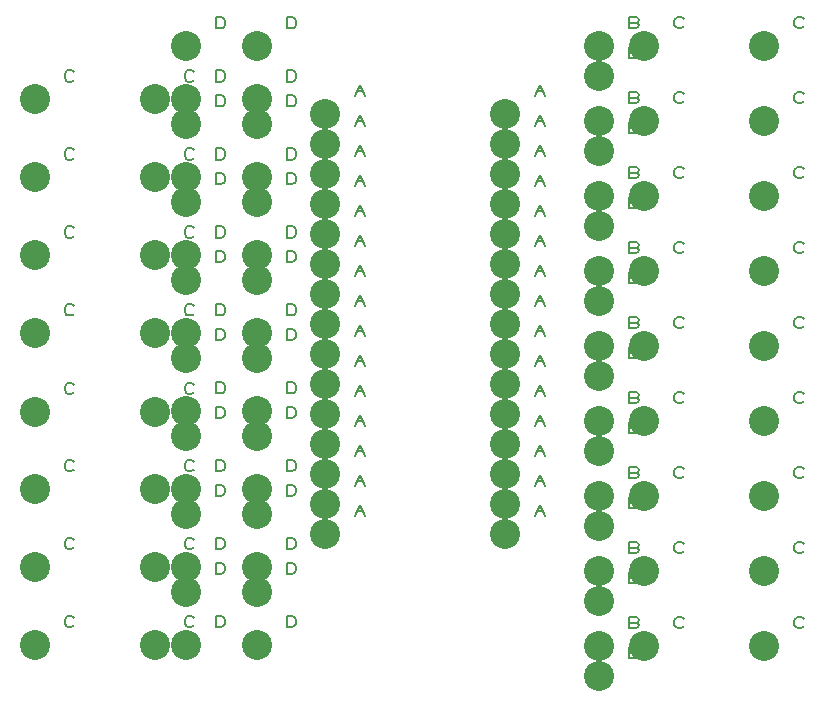
<source format=gbr>
G04 DesignSpark PCB Gerber Version 10.0 Build 5299*
G04 #@! TF.Part,Single*
G04 #@! TF.FileFunction,Drillmap*
G04 #@! TF.FilePolarity,Positive*
%FSLAX35Y35*%
%MOIN*%
%ADD20C,0.00500*%
G04 #@! TA.AperFunction,ComponentPad*
%ADD26C,0.10000*%
G04 #@! TD.AperFunction*
X0Y0D02*
D02*
D20*
X19237Y26848D02*
X18924Y26535D01*
X18299Y26222D01*
X17362D01*
X16737Y26535D01*
X16424Y26848D01*
X16112Y27472D01*
Y28722D01*
X16424Y29348D01*
X16737Y29660D01*
X17362Y29972D01*
X18299D01*
X18924Y29660D01*
X19237Y29348D01*
Y52832D02*
X18924Y52519D01*
X18299Y52207D01*
X17362D01*
X16737Y52519D01*
X16424Y52832D01*
X16112Y53457D01*
Y54707D01*
X16424Y55332D01*
X16737Y55644D01*
X17362Y55957D01*
X18299D01*
X18924Y55644D01*
X19237Y55332D01*
Y78816D02*
X18924Y78504D01*
X18299Y78191D01*
X17362D01*
X16737Y78504D01*
X16424Y78816D01*
X16112Y79441D01*
Y80691D01*
X16424Y81316D01*
X16737Y81629D01*
X17362Y81941D01*
X18299D01*
X18924Y81629D01*
X19237Y81316D01*
Y104584D02*
X18924Y104271D01*
X18299Y103959D01*
X17362D01*
X16737Y104271D01*
X16424Y104584D01*
X16112Y105209D01*
Y106459D01*
X16424Y107084D01*
X16737Y107396D01*
X17362Y107709D01*
X18299D01*
X18924Y107396D01*
X19237Y107084D01*
Y130785D02*
X18924Y130472D01*
X18299Y130159D01*
X17362D01*
X16737Y130472D01*
X16424Y130785D01*
X16112Y131409D01*
Y132659D01*
X16424Y133285D01*
X16737Y133597D01*
X17362Y133909D01*
X18299D01*
X18924Y133597D01*
X19237Y133285D01*
Y156769D02*
X18924Y156456D01*
X18299Y156144D01*
X17362D01*
X16737Y156456D01*
X16424Y156769D01*
X16112Y157394D01*
Y158644D01*
X16424Y159269D01*
X16737Y159581D01*
X17362Y159894D01*
X18299D01*
X18924Y159581D01*
X19237Y159269D01*
Y182753D02*
X18924Y182441D01*
X18299Y182128D01*
X17362D01*
X16737Y182441D01*
X16424Y182753D01*
X16112Y183378D01*
Y184628D01*
X16424Y185253D01*
X16737Y185566D01*
X17362Y185878D01*
X18299D01*
X18924Y185566D01*
X19237Y185253D01*
Y208737D02*
X18924Y208425D01*
X18299Y208112D01*
X17362D01*
X16737Y208425D01*
X16424Y208737D01*
X16112Y209362D01*
Y210612D01*
X16424Y211237D01*
X16737Y211550D01*
X17362Y211862D01*
X18299D01*
X18924Y211550D01*
X19237Y211237D01*
X59237Y26848D02*
X58924Y26535D01*
X58299Y26222D01*
X57362D01*
X56737Y26535D01*
X56424Y26848D01*
X56112Y27472D01*
Y28722D01*
X56424Y29348D01*
X56737Y29660D01*
X57362Y29972D01*
X58299D01*
X58924Y29660D01*
X59237Y29348D01*
Y52832D02*
X58924Y52519D01*
X58299Y52207D01*
X57362D01*
X56737Y52519D01*
X56424Y52832D01*
X56112Y53457D01*
Y54707D01*
X56424Y55332D01*
X56737Y55644D01*
X57362Y55957D01*
X58299D01*
X58924Y55644D01*
X59237Y55332D01*
Y78816D02*
X58924Y78504D01*
X58299Y78191D01*
X57362D01*
X56737Y78504D01*
X56424Y78816D01*
X56112Y79441D01*
Y80691D01*
X56424Y81316D01*
X56737Y81629D01*
X57362Y81941D01*
X58299D01*
X58924Y81629D01*
X59237Y81316D01*
Y104584D02*
X58924Y104271D01*
X58299Y103959D01*
X57362D01*
X56737Y104271D01*
X56424Y104584D01*
X56112Y105209D01*
Y106459D01*
X56424Y107084D01*
X56737Y107396D01*
X57362Y107709D01*
X58299D01*
X58924Y107396D01*
X59237Y107084D01*
Y130785D02*
X58924Y130472D01*
X58299Y130159D01*
X57362D01*
X56737Y130472D01*
X56424Y130785D01*
X56112Y131409D01*
Y132659D01*
X56424Y133285D01*
X56737Y133597D01*
X57362Y133909D01*
X58299D01*
X58924Y133597D01*
X59237Y133285D01*
Y156769D02*
X58924Y156456D01*
X58299Y156144D01*
X57362D01*
X56737Y156456D01*
X56424Y156769D01*
X56112Y157394D01*
Y158644D01*
X56424Y159269D01*
X56737Y159581D01*
X57362Y159894D01*
X58299D01*
X58924Y159581D01*
X59237Y159269D01*
Y182753D02*
X58924Y182441D01*
X58299Y182128D01*
X57362D01*
X56737Y182441D01*
X56424Y182753D01*
X56112Y183378D01*
Y184628D01*
X56424Y185253D01*
X56737Y185566D01*
X57362Y185878D01*
X58299D01*
X58924Y185566D01*
X59237Y185253D01*
Y208737D02*
X58924Y208425D01*
X58299Y208112D01*
X57362D01*
X56737Y208425D01*
X56424Y208737D01*
X56112Y209362D01*
Y210612D01*
X56424Y211237D01*
X56737Y211550D01*
X57362Y211862D01*
X58299D01*
X58924Y211550D01*
X59237Y211237D01*
X66506Y26222D02*
Y29972D01*
X68381D01*
X69006Y29660D01*
X69318Y29348D01*
X69631Y28722D01*
Y27472D01*
X69318Y26848D01*
X69006Y26535D01*
X68381Y26222D01*
X66506D01*
Y43939D02*
Y47689D01*
X68381D01*
X69006Y47377D01*
X69318Y47064D01*
X69631Y46439D01*
Y45189D01*
X69318Y44564D01*
X69006Y44252D01*
X68381Y43939D01*
X66506D01*
Y52207D02*
Y55957D01*
X68381D01*
X69006Y55644D01*
X69318Y55332D01*
X69631Y54707D01*
Y53457D01*
X69318Y52832D01*
X69006Y52519D01*
X68381Y52207D01*
X66506D01*
Y69923D02*
Y73673D01*
X68381D01*
X69006Y73361D01*
X69318Y73048D01*
X69631Y72423D01*
Y71173D01*
X69318Y70548D01*
X69006Y70236D01*
X68381Y69923D01*
X66506D01*
Y78191D02*
Y81941D01*
X68381D01*
X69006Y81629D01*
X69318Y81316D01*
X69631Y80691D01*
Y79441D01*
X69318Y78816D01*
X69006Y78504D01*
X68381Y78191D01*
X66506D01*
Y95907D02*
Y99657D01*
X68381D01*
X69006Y99345D01*
X69318Y99033D01*
X69631Y98407D01*
Y97157D01*
X69318Y96533D01*
X69006Y96220D01*
X68381Y95907D01*
X66506D01*
Y104175D02*
Y107925D01*
X68381D01*
X69006Y107613D01*
X69318Y107300D01*
X69631Y106675D01*
Y105425D01*
X69318Y104800D01*
X69006Y104488D01*
X68381Y104175D01*
X66506D01*
Y121892D02*
Y125642D01*
X68381D01*
X69006Y125330D01*
X69318Y125017D01*
X69631Y124392D01*
Y123142D01*
X69318Y122517D01*
X69006Y122204D01*
X68381Y121892D01*
X66506D01*
Y130159D02*
Y133909D01*
X68381D01*
X69006Y133597D01*
X69318Y133285D01*
X69631Y132659D01*
Y131409D01*
X69318Y130785D01*
X69006Y130472D01*
X68381Y130159D01*
X66506D01*
Y147876D02*
Y151626D01*
X68381D01*
X69006Y151314D01*
X69318Y151001D01*
X69631Y150376D01*
Y149126D01*
X69318Y148501D01*
X69006Y148189D01*
X68381Y147876D01*
X66506D01*
Y156144D02*
Y159894D01*
X68381D01*
X69006Y159581D01*
X69318Y159269D01*
X69631Y158644D01*
Y157394D01*
X69318Y156769D01*
X69006Y156456D01*
X68381Y156144D01*
X66506D01*
Y173860D02*
Y177610D01*
X68381D01*
X69006Y177298D01*
X69318Y176985D01*
X69631Y176360D01*
Y175110D01*
X69318Y174485D01*
X69006Y174173D01*
X68381Y173860D01*
X66506D01*
Y182128D02*
Y185878D01*
X68381D01*
X69006Y185566D01*
X69318Y185253D01*
X69631Y184628D01*
Y183378D01*
X69318Y182753D01*
X69006Y182441D01*
X68381Y182128D01*
X66506D01*
Y199844D02*
Y203594D01*
X68381D01*
X69006Y203282D01*
X69318Y202970D01*
X69631Y202344D01*
Y201094D01*
X69318Y200470D01*
X69006Y200157D01*
X68381Y199844D01*
X66506D01*
Y208112D02*
Y211862D01*
X68381D01*
X69006Y211550D01*
X69318Y211237D01*
X69631Y210612D01*
Y209362D01*
X69318Y208737D01*
X69006Y208425D01*
X68381Y208112D01*
X66506D01*
Y225829D02*
Y229579D01*
X68381D01*
X69006Y229267D01*
X69318Y228954D01*
X69631Y228329D01*
Y227079D01*
X69318Y226454D01*
X69006Y226141D01*
X68381Y225829D01*
X66506D01*
X90128Y26222D02*
Y29972D01*
X92003D01*
X92628Y29660D01*
X92940Y29348D01*
X93253Y28722D01*
Y27472D01*
X92940Y26848D01*
X92628Y26535D01*
X92003Y26222D01*
X90128D01*
Y43939D02*
Y47689D01*
X92003D01*
X92628Y47377D01*
X92940Y47064D01*
X93253Y46439D01*
Y45189D01*
X92940Y44564D01*
X92628Y44252D01*
X92003Y43939D01*
X90128D01*
Y52207D02*
Y55957D01*
X92003D01*
X92628Y55644D01*
X92940Y55332D01*
X93253Y54707D01*
Y53457D01*
X92940Y52832D01*
X92628Y52519D01*
X92003Y52207D01*
X90128D01*
Y69923D02*
Y73673D01*
X92003D01*
X92628Y73361D01*
X92940Y73048D01*
X93253Y72423D01*
Y71173D01*
X92940Y70548D01*
X92628Y70236D01*
X92003Y69923D01*
X90128D01*
Y78191D02*
Y81941D01*
X92003D01*
X92628Y81629D01*
X92940Y81316D01*
X93253Y80691D01*
Y79441D01*
X92940Y78816D01*
X92628Y78504D01*
X92003Y78191D01*
X90128D01*
Y95907D02*
Y99657D01*
X92003D01*
X92628Y99345D01*
X92940Y99033D01*
X93253Y98407D01*
Y97157D01*
X92940Y96533D01*
X92628Y96220D01*
X92003Y95907D01*
X90128D01*
Y104175D02*
Y107925D01*
X92003D01*
X92628Y107613D01*
X92940Y107300D01*
X93253Y106675D01*
Y105425D01*
X92940Y104800D01*
X92628Y104488D01*
X92003Y104175D01*
X90128D01*
Y121892D02*
Y125642D01*
X92003D01*
X92628Y125330D01*
X92940Y125017D01*
X93253Y124392D01*
Y123142D01*
X92940Y122517D01*
X92628Y122204D01*
X92003Y121892D01*
X90128D01*
Y130159D02*
Y133909D01*
X92003D01*
X92628Y133597D01*
X92940Y133285D01*
X93253Y132659D01*
Y131409D01*
X92940Y130785D01*
X92628Y130472D01*
X92003Y130159D01*
X90128D01*
Y147876D02*
Y151626D01*
X92003D01*
X92628Y151314D01*
X92940Y151001D01*
X93253Y150376D01*
Y149126D01*
X92940Y148501D01*
X92628Y148189D01*
X92003Y147876D01*
X90128D01*
Y156144D02*
Y159894D01*
X92003D01*
X92628Y159581D01*
X92940Y159269D01*
X93253Y158644D01*
Y157394D01*
X92940Y156769D01*
X92628Y156456D01*
X92003Y156144D01*
X90128D01*
Y173860D02*
Y177610D01*
X92003D01*
X92628Y177298D01*
X92940Y176985D01*
X93253Y176360D01*
Y175110D01*
X92940Y174485D01*
X92628Y174173D01*
X92003Y173860D01*
X90128D01*
Y182128D02*
Y185878D01*
X92003D01*
X92628Y185566D01*
X92940Y185253D01*
X93253Y184628D01*
Y183378D01*
X92940Y182753D01*
X92628Y182441D01*
X92003Y182128D01*
X90128D01*
Y199844D02*
Y203594D01*
X92003D01*
X92628Y203282D01*
X92940Y202970D01*
X93253Y202344D01*
Y201094D01*
X92940Y200470D01*
X92628Y200157D01*
X92003Y199844D01*
X90128D01*
Y208112D02*
Y211862D01*
X92003D01*
X92628Y211550D01*
X92940Y211237D01*
X93253Y210612D01*
Y209362D01*
X92940Y208737D01*
X92628Y208425D01*
X92003Y208112D01*
X90128D01*
Y225829D02*
Y229579D01*
X92003D01*
X92628Y229267D01*
X92940Y228954D01*
X93253Y228329D01*
Y227079D01*
X92940Y226454D01*
X92628Y226141D01*
X92003Y225829D01*
X90128D01*
X112962Y63388D02*
X114525Y67138D01*
X116087Y63388D01*
X113587Y64950D02*
X115462D01*
X112962Y73388D02*
X114525Y77138D01*
X116087Y73388D01*
X113587Y74950D02*
X115462D01*
X112962Y83388D02*
X114525Y87138D01*
X116087Y83388D01*
X113587Y84950D02*
X115462D01*
X112962Y93388D02*
X114525Y97138D01*
X116087Y93388D01*
X113587Y94950D02*
X115462D01*
X112962Y103388D02*
X114525Y107138D01*
X116087Y103388D01*
X113587Y104950D02*
X115462D01*
X112962Y113388D02*
X114525Y117138D01*
X116087Y113388D01*
X113587Y114950D02*
X115462D01*
X112962Y123388D02*
X114525Y127138D01*
X116087Y123388D01*
X113587Y124950D02*
X115462D01*
X112962Y133388D02*
X114525Y137138D01*
X116087Y133388D01*
X113587Y134950D02*
X115462D01*
X112962Y143388D02*
X114525Y147138D01*
X116087Y143388D01*
X113587Y144950D02*
X115462D01*
X112962Y153388D02*
X114525Y157138D01*
X116087Y153388D01*
X113587Y154950D02*
X115462D01*
X112962Y163388D02*
X114525Y167138D01*
X116087Y163388D01*
X113587Y164950D02*
X115462D01*
X112962Y173388D02*
X114525Y177138D01*
X116087Y173388D01*
X113587Y174950D02*
X115462D01*
X112962Y183388D02*
X114525Y187138D01*
X116087Y183388D01*
X113587Y184950D02*
X115462D01*
X112962Y193388D02*
X114525Y197138D01*
X116087Y193388D01*
X113587Y194950D02*
X115462D01*
X112962Y203388D02*
X114525Y207138D01*
X116087Y203388D01*
X113587Y204950D02*
X115462D01*
X172962Y63388D02*
X174525Y67138D01*
X176087Y63388D01*
X173587Y64950D02*
X175462D01*
X172962Y73388D02*
X174525Y77138D01*
X176087Y73388D01*
X173587Y74950D02*
X175462D01*
X172962Y83388D02*
X174525Y87138D01*
X176087Y83388D01*
X173587Y84950D02*
X175462D01*
X172962Y93388D02*
X174525Y97138D01*
X176087Y93388D01*
X173587Y94950D02*
X175462D01*
X172962Y103388D02*
X174525Y107138D01*
X176087Y103388D01*
X173587Y104950D02*
X175462D01*
X172962Y113388D02*
X174525Y117138D01*
X176087Y113388D01*
X173587Y114950D02*
X175462D01*
X172962Y123388D02*
X174525Y127138D01*
X176087Y123388D01*
X173587Y124950D02*
X175462D01*
X172962Y133388D02*
X174525Y137138D01*
X176087Y133388D01*
X173587Y134950D02*
X175462D01*
X172962Y143388D02*
X174525Y147138D01*
X176087Y143388D01*
X173587Y144950D02*
X175462D01*
X172962Y153388D02*
X174525Y157138D01*
X176087Y153388D01*
X173587Y154950D02*
X175462D01*
X172962Y163388D02*
X174525Y167138D01*
X176087Y163388D01*
X173587Y164950D02*
X175462D01*
X172962Y173388D02*
X174525Y177138D01*
X176087Y173388D01*
X173587Y174950D02*
X175462D01*
X172962Y183388D02*
X174525Y187138D01*
X176087Y183388D01*
X173587Y184950D02*
X175462D01*
X172962Y193388D02*
X174525Y197138D01*
X176087Y193388D01*
X173587Y194950D02*
X175462D01*
X172962Y203388D02*
X174525Y207138D01*
X176087Y203388D01*
X173587Y204950D02*
X175462D01*
X206488Y17763D02*
X207113Y17450D01*
X207426Y16826D01*
X207113Y16200D01*
X206488Y15888D01*
X204301D01*
Y19638D01*
X206488D01*
X207113Y19326D01*
X207426Y18700D01*
X207113Y18076D01*
X206488Y17763D01*
X204301D01*
X206488Y27763D02*
X207113Y27450D01*
X207426Y26826D01*
X207113Y26200D01*
X206488Y25888D01*
X204301D01*
Y29638D01*
X206488D01*
X207113Y29326D01*
X207426Y28700D01*
X207113Y28076D01*
X206488Y27763D01*
X204301D01*
X206488Y42763D02*
X207113Y42450D01*
X207426Y41826D01*
X207113Y41200D01*
X206488Y40888D01*
X204301D01*
Y44638D01*
X206488D01*
X207113Y44326D01*
X207426Y43700D01*
X207113Y43076D01*
X206488Y42763D01*
X204301D01*
X206488Y52763D02*
X207113Y52450D01*
X207426Y51826D01*
X207113Y51200D01*
X206488Y50888D01*
X204301D01*
Y54638D01*
X206488D01*
X207113Y54326D01*
X207426Y53700D01*
X207113Y53076D01*
X206488Y52763D01*
X204301D01*
X206488Y67763D02*
X207113Y67450D01*
X207426Y66826D01*
X207113Y66200D01*
X206488Y65888D01*
X204301D01*
Y69638D01*
X206488D01*
X207113Y69326D01*
X207426Y68700D01*
X207113Y68076D01*
X206488Y67763D01*
X204301D01*
X206488Y77763D02*
X207113Y77450D01*
X207426Y76826D01*
X207113Y76200D01*
X206488Y75888D01*
X204301D01*
Y79638D01*
X206488D01*
X207113Y79326D01*
X207426Y78700D01*
X207113Y78076D01*
X206488Y77763D01*
X204301D01*
X206488Y92763D02*
X207113Y92450D01*
X207426Y91826D01*
X207113Y91200D01*
X206488Y90888D01*
X204301D01*
Y94638D01*
X206488D01*
X207113Y94326D01*
X207426Y93700D01*
X207113Y93076D01*
X206488Y92763D01*
X204301D01*
X206488Y102763D02*
X207113Y102450D01*
X207426Y101826D01*
X207113Y101200D01*
X206488Y100888D01*
X204301D01*
Y104638D01*
X206488D01*
X207113Y104326D01*
X207426Y103700D01*
X207113Y103076D01*
X206488Y102763D01*
X204301D01*
X206488Y117763D02*
X207113Y117450D01*
X207426Y116826D01*
X207113Y116200D01*
X206488Y115888D01*
X204301D01*
Y119638D01*
X206488D01*
X207113Y119326D01*
X207426Y118700D01*
X207113Y118076D01*
X206488Y117763D01*
X204301D01*
X206488Y127763D02*
X207113Y127450D01*
X207426Y126826D01*
X207113Y126200D01*
X206488Y125888D01*
X204301D01*
Y129638D01*
X206488D01*
X207113Y129326D01*
X207426Y128700D01*
X207113Y128076D01*
X206488Y127763D01*
X204301D01*
X206488Y142763D02*
X207113Y142450D01*
X207426Y141826D01*
X207113Y141200D01*
X206488Y140888D01*
X204301D01*
Y144638D01*
X206488D01*
X207113Y144326D01*
X207426Y143700D01*
X207113Y143076D01*
X206488Y142763D01*
X204301D01*
X206488Y152763D02*
X207113Y152450D01*
X207426Y151826D01*
X207113Y151200D01*
X206488Y150888D01*
X204301D01*
Y154638D01*
X206488D01*
X207113Y154326D01*
X207426Y153700D01*
X207113Y153076D01*
X206488Y152763D01*
X204301D01*
X206488Y167763D02*
X207113Y167450D01*
X207426Y166826D01*
X207113Y166200D01*
X206488Y165888D01*
X204301D01*
Y169638D01*
X206488D01*
X207113Y169326D01*
X207426Y168700D01*
X207113Y168076D01*
X206488Y167763D01*
X204301D01*
X206488Y177763D02*
X207113Y177450D01*
X207426Y176826D01*
X207113Y176200D01*
X206488Y175888D01*
X204301D01*
Y179638D01*
X206488D01*
X207113Y179326D01*
X207426Y178700D01*
X207113Y178076D01*
X206488Y177763D01*
X204301D01*
X206488Y192763D02*
X207113Y192450D01*
X207426Y191826D01*
X207113Y191200D01*
X206488Y190888D01*
X204301D01*
Y194638D01*
X206488D01*
X207113Y194326D01*
X207426Y193700D01*
X207113Y193076D01*
X206488Y192763D01*
X204301D01*
X206488Y202763D02*
X207113Y202450D01*
X207426Y201826D01*
X207113Y201200D01*
X206488Y200888D01*
X204301D01*
Y204638D01*
X206488D01*
X207113Y204326D01*
X207426Y203700D01*
X207113Y203076D01*
X206488Y202763D01*
X204301D01*
X206488Y217763D02*
X207113Y217450D01*
X207426Y216826D01*
X207113Y216200D01*
X206488Y215888D01*
X204301D01*
Y219638D01*
X206488D01*
X207113Y219326D01*
X207426Y218700D01*
X207113Y218076D01*
X206488Y217763D01*
X204301D01*
X206488Y227763D02*
X207113Y227450D01*
X207426Y226826D01*
X207113Y226200D01*
X206488Y225888D01*
X204301D01*
Y229638D01*
X206488D01*
X207113Y229326D01*
X207426Y228700D01*
X207113Y228076D01*
X206488Y227763D01*
X204301D01*
X222426Y26513D02*
X222113Y26200D01*
X221488Y25888D01*
X220551D01*
X219926Y26200D01*
X219613Y26513D01*
X219301Y27138D01*
Y28388D01*
X219613Y29013D01*
X219926Y29326D01*
X220551Y29638D01*
X221488D01*
X222113Y29326D01*
X222426Y29013D01*
Y51513D02*
X222113Y51200D01*
X221488Y50888D01*
X220551D01*
X219926Y51200D01*
X219613Y51513D01*
X219301Y52138D01*
Y53388D01*
X219613Y54013D01*
X219926Y54326D01*
X220551Y54638D01*
X221488D01*
X222113Y54326D01*
X222426Y54013D01*
Y76513D02*
X222113Y76200D01*
X221488Y75888D01*
X220551D01*
X219926Y76200D01*
X219613Y76513D01*
X219301Y77138D01*
Y78388D01*
X219613Y79013D01*
X219926Y79326D01*
X220551Y79638D01*
X221488D01*
X222113Y79326D01*
X222426Y79013D01*
Y101513D02*
X222113Y101200D01*
X221488Y100888D01*
X220551D01*
X219926Y101200D01*
X219613Y101513D01*
X219301Y102138D01*
Y103388D01*
X219613Y104013D01*
X219926Y104326D01*
X220551Y104638D01*
X221488D01*
X222113Y104326D01*
X222426Y104013D01*
Y126513D02*
X222113Y126200D01*
X221488Y125888D01*
X220551D01*
X219926Y126200D01*
X219613Y126513D01*
X219301Y127138D01*
Y128388D01*
X219613Y129013D01*
X219926Y129326D01*
X220551Y129638D01*
X221488D01*
X222113Y129326D01*
X222426Y129013D01*
Y151513D02*
X222113Y151200D01*
X221488Y150888D01*
X220551D01*
X219926Y151200D01*
X219613Y151513D01*
X219301Y152138D01*
Y153388D01*
X219613Y154013D01*
X219926Y154326D01*
X220551Y154638D01*
X221488D01*
X222113Y154326D01*
X222426Y154013D01*
Y176513D02*
X222113Y176200D01*
X221488Y175888D01*
X220551D01*
X219926Y176200D01*
X219613Y176513D01*
X219301Y177138D01*
Y178388D01*
X219613Y179013D01*
X219926Y179326D01*
X220551Y179638D01*
X221488D01*
X222113Y179326D01*
X222426Y179013D01*
Y201513D02*
X222113Y201200D01*
X221488Y200888D01*
X220551D01*
X219926Y201200D01*
X219613Y201513D01*
X219301Y202138D01*
Y203388D01*
X219613Y204013D01*
X219926Y204326D01*
X220551Y204638D01*
X221488D01*
X222113Y204326D01*
X222426Y204013D01*
Y226513D02*
X222113Y226200D01*
X221488Y225888D01*
X220551D01*
X219926Y226200D01*
X219613Y226513D01*
X219301Y227138D01*
Y228388D01*
X219613Y229013D01*
X219926Y229326D01*
X220551Y229638D01*
X221488D01*
X222113Y229326D01*
X222426Y229013D01*
X262426Y26513D02*
X262113Y26200D01*
X261488Y25888D01*
X260551D01*
X259926Y26200D01*
X259613Y26513D01*
X259301Y27138D01*
Y28388D01*
X259613Y29013D01*
X259926Y29326D01*
X260551Y29638D01*
X261488D01*
X262113Y29326D01*
X262426Y29013D01*
Y51513D02*
X262113Y51200D01*
X261488Y50888D01*
X260551D01*
X259926Y51200D01*
X259613Y51513D01*
X259301Y52138D01*
Y53388D01*
X259613Y54013D01*
X259926Y54326D01*
X260551Y54638D01*
X261488D01*
X262113Y54326D01*
X262426Y54013D01*
Y76513D02*
X262113Y76200D01*
X261488Y75888D01*
X260551D01*
X259926Y76200D01*
X259613Y76513D01*
X259301Y77138D01*
Y78388D01*
X259613Y79013D01*
X259926Y79326D01*
X260551Y79638D01*
X261488D01*
X262113Y79326D01*
X262426Y79013D01*
Y101513D02*
X262113Y101200D01*
X261488Y100888D01*
X260551D01*
X259926Y101200D01*
X259613Y101513D01*
X259301Y102138D01*
Y103388D01*
X259613Y104013D01*
X259926Y104326D01*
X260551Y104638D01*
X261488D01*
X262113Y104326D01*
X262426Y104013D01*
Y126513D02*
X262113Y126200D01*
X261488Y125888D01*
X260551D01*
X259926Y126200D01*
X259613Y126513D01*
X259301Y127138D01*
Y128388D01*
X259613Y129013D01*
X259926Y129326D01*
X260551Y129638D01*
X261488D01*
X262113Y129326D01*
X262426Y129013D01*
Y151513D02*
X262113Y151200D01*
X261488Y150888D01*
X260551D01*
X259926Y151200D01*
X259613Y151513D01*
X259301Y152138D01*
Y153388D01*
X259613Y154013D01*
X259926Y154326D01*
X260551Y154638D01*
X261488D01*
X262113Y154326D01*
X262426Y154013D01*
Y176513D02*
X262113Y176200D01*
X261488Y175888D01*
X260551D01*
X259926Y176200D01*
X259613Y176513D01*
X259301Y177138D01*
Y178388D01*
X259613Y179013D01*
X259926Y179326D01*
X260551Y179638D01*
X261488D01*
X262113Y179326D01*
X262426Y179013D01*
Y201513D02*
X262113Y201200D01*
X261488Y200888D01*
X260551D01*
X259926Y201200D01*
X259613Y201513D01*
X259301Y202138D01*
Y203388D01*
X259613Y204013D01*
X259926Y204326D01*
X260551Y204638D01*
X261488D01*
X262113Y204326D01*
X262426Y204013D01*
Y226513D02*
X262113Y226200D01*
X261488Y225888D01*
X260551D01*
X259926Y226200D01*
X259613Y226513D01*
X259301Y227138D01*
Y228388D01*
X259613Y229013D01*
X259926Y229326D01*
X260551Y229638D01*
X261488D01*
X262113Y229326D01*
X262426Y229013D01*
D02*
D26*
X6112Y20285D03*
Y46269D03*
Y72254D03*
Y98021D03*
Y124222D03*
Y150206D03*
Y176191D03*
Y202175D03*
X46112Y20285D03*
Y46269D03*
Y72254D03*
Y98021D03*
Y124222D03*
Y150206D03*
Y176191D03*
Y202175D03*
X56506Y20285D03*
Y38002D03*
Y46269D03*
Y63986D03*
Y72254D03*
Y89970D03*
Y98238D03*
Y115954D03*
Y124222D03*
Y141939D03*
Y150206D03*
Y167923D03*
Y176191D03*
Y193907D03*
Y202175D03*
Y219891D03*
X80128Y20285D03*
Y38002D03*
Y46269D03*
Y63986D03*
Y72254D03*
Y89970D03*
Y98238D03*
Y115954D03*
Y124222D03*
Y141939D03*
Y150206D03*
Y167923D03*
Y176191D03*
Y193907D03*
Y202175D03*
Y219891D03*
X102962Y57450D03*
Y67450D03*
Y77450D03*
Y87450D03*
Y97450D03*
Y107450D03*
Y117450D03*
Y127450D03*
Y137450D03*
Y147450D03*
Y157450D03*
Y167450D03*
Y177450D03*
Y187450D03*
Y197450D03*
X162962Y57450D03*
Y67450D03*
Y77450D03*
Y87450D03*
Y97450D03*
Y107450D03*
Y117450D03*
Y127450D03*
Y137450D03*
Y147450D03*
Y157450D03*
Y167450D03*
Y177450D03*
Y187450D03*
Y197450D03*
X194301Y9950D03*
Y19950D03*
Y34950D03*
Y44950D03*
Y59950D03*
Y69950D03*
Y84950D03*
Y94950D03*
Y109950D03*
Y119950D03*
Y134950D03*
Y144950D03*
Y159950D03*
Y169950D03*
Y184950D03*
Y194950D03*
Y209950D03*
Y219950D03*
X209301Y19950D03*
Y44950D03*
Y69950D03*
Y94950D03*
Y119950D03*
Y144950D03*
Y169950D03*
Y194950D03*
Y219950D03*
X249301Y19950D03*
Y44950D03*
Y69950D03*
Y94950D03*
Y119950D03*
Y144950D03*
Y169950D03*
Y194950D03*
Y219950D03*
X0Y0D02*
M02*

</source>
